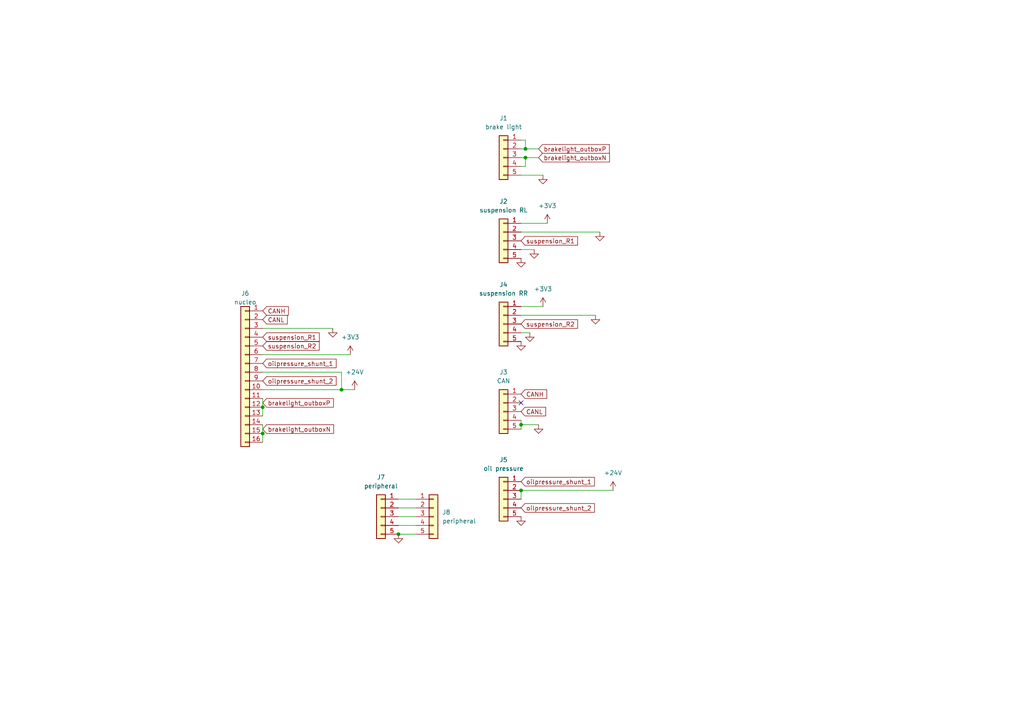
<source format=kicad_sch>
(kicad_sch (version 20230121) (generator eeschema)
  (paper "A4")
  (title_block (title "EP5 rearbox rea connector") (date "2024-06-27") (rev "2.0") (company "NTURacing") (comment 1 "郭哲明") (comment 2 "Electrical group"))
  (lib_symbols
    (symbol "Connector_Generic:Conn_01x05" (pin_names (offset 1.016) hide)
      (property "Reference" "J" (at 0 7.62 0))
      (property "Value" "Conn_01x05" (at 0 -7.62 0))
      (symbol "Conn_01x05_1_1"
        (rectangle (start -1.27 -4.953) (end 0 -5.207) (stroke (width 0.1524)))
        (rectangle (start -1.27 -2.413) (end 0 -2.667) (stroke (width 0.1524)))
        (rectangle (start -1.27 0.127) (end 0 -0.127) (stroke (width 0.1524)))
        (rectangle (start -1.27 2.667) (end 0 2.413) (stroke (width 0.1524)))
        (rectangle (start -1.27 5.207) (end 0 4.953) (stroke (width 0.1524)))
        (rectangle (start -1.27 6.35) (end 1.27 -6.35) (stroke (width 0.254)) (fill (type background)))
        (pin passive line (at -5.08 5.08 0) (length 3.81) (name "Pin_1") (number "1"))
        (pin passive line (at -5.08 2.54 0) (length 3.81) (name "Pin_2") (number "2"))
        (pin passive line (at -5.08 0 0) (length 3.81) (name "Pin_3") (number "3"))
        (pin passive line (at -5.08 -2.54 0) (length 3.81) (name "Pin_4") (number "4"))
        (pin passive line (at -5.08 -5.08 0) (length 3.81) (name "Pin_5") (number "5"))
      )
    )
    (symbol "Connector_Generic:Conn_01x16" (pin_names (offset 1.016) hide)
      (property "Reference" "J" (at 0 20.32 0))
      (property "Value" "Conn_01x16" (at 0 -22.86 0))
      (symbol "Conn_01x16_1_1"
        (rectangle (start -1.27 -20.193) (end 0 -20.447) (stroke (width 0.1524)))
        (rectangle (start -1.27 -17.653) (end 0 -17.907) (stroke (width 0.1524)))
        (rectangle (start -1.27 -15.113) (end 0 -15.367) (stroke (width 0.1524)))
        (rectangle (start -1.27 -12.573) (end 0 -12.827) (stroke (width 0.1524)))
        (rectangle (start -1.27 -10.033) (end 0 -10.287) (stroke (width 0.1524)))
        (rectangle (start -1.27 -7.493) (end 0 -7.747) (stroke (width 0.1524)))
        (rectangle (start -1.27 -4.953) (end 0 -5.207) (stroke (width 0.1524)))
        (rectangle (start -1.27 -2.413) (end 0 -2.667) (stroke (width 0.1524)))
        (rectangle (start -1.27 0.127) (end 0 -0.127) (stroke (width 0.1524)))
        (rectangle (start -1.27 2.667) (end 0 2.413) (stroke (width 0.1524)))
        (rectangle (start -1.27 5.207) (end 0 4.953) (stroke (width 0.1524)))
        (rectangle (start -1.27 7.747) (end 0 7.493) (stroke (width 0.1524)))
        (rectangle (start -1.27 10.287) (end 0 10.033) (stroke (width 0.1524)))
        (rectangle (start -1.27 12.827) (end 0 12.573) (stroke (width 0.1524)))
        (rectangle (start -1.27 15.367) (end 0 15.113) (stroke (width 0.1524)))
        (rectangle (start -1.27 17.907) (end 0 17.653) (stroke (width 0.1524)))
        (rectangle (start -1.27 19.05) (end 1.27 -21.59) (stroke (width 0.254)) (fill (type background)))
        (pin passive line (at -5.08 17.78 0) (length 3.81) (name "Pin_1") (number "1"))
        (pin passive line (at -5.08 -5.08 0) (length 3.81) (name "Pin_10") (number "10"))
        (pin passive line (at -5.08 -7.62 0) (length 3.81) (name "Pin_11") (number "11"))
        (pin passive line (at -5.08 -10.16 0) (length 3.81) (name "Pin_12") (number "12"))
        (pin passive line (at -5.08 -12.7 0) (length 3.81) (name "Pin_13") (number "13"))
        (pin passive line (at -5.08 -15.24 0) (length 3.81) (name "Pin_14") (number "14"))
        (pin passive line (at -5.08 -17.78 0) (length 3.81) (name "Pin_15") (number "15"))
        (pin passive line (at -5.08 -20.32 0) (length 3.81) (name "Pin_16") (number "16"))
        (pin passive line (at -5.08 15.24 0) (length 3.81) (name "Pin_2") (number "2"))
        (pin passive line (at -5.08 12.7 0) (length 3.81) (name "Pin_3") (number "3"))
        (pin passive line (at -5.08 10.16 0) (length 3.81) (name "Pin_4") (number "4"))
        (pin passive line (at -5.08 7.62 0) (length 3.81) (name "Pin_5") (number "5"))
        (pin passive line (at -5.08 5.08 0) (length 3.81) (name "Pin_6") (number "6"))
        (pin passive line (at -5.08 2.54 0) (length 3.81) (name "Pin_7") (number "7"))
        (pin passive line (at -5.08 0 0) (length 3.81) (name "Pin_8") (number "8"))
        (pin passive line (at -5.08 -2.54 0) (length 3.81) (name "Pin_9") (number "9"))
      )
    )
    (symbol "power:+24V" (power) (pin_names (offset 0))
      (property "Value" "+24V" (at 0 3.556 0))
      (symbol "+24V_0_1"
        (polyline (pts (xy -0.762 1.27) (xy 0 2.54)))
        (polyline (pts (xy 0 0) (xy 0 2.54)))
        (polyline (pts (xy 0 2.54) (xy 0.762 1.27)))
      )
      (symbol "+24V_1_1"
        (pin power_in line (at 0 0 90) (length 0) hide (name "+24V") (number "1"))
      )
    )
    (symbol "power:+3V3" (power) (pin_names (offset 0))
      (property "Value" "+3V3" (at 0 3.556 0))
      (symbol "+3V3_0_1"
        (polyline (pts (xy -0.762 1.27) (xy 0 2.54)))
        (polyline (pts (xy 0 0) (xy 0 2.54)))
        (polyline (pts (xy 0 2.54) (xy 0.762 1.27)))
      )
      (symbol "+3V3_1_1"
        (pin power_in line (at 0 0 90) (length 0) hide (name "+3V3") (number "1"))
      )
    )
    (symbol "power:GND" (power) (pin_names (offset 0))
      (property "Value" "GND" (at 0 -3.81 0))
      (symbol "GND_0_1"
        (polyline (pts (xy 0 0) (xy 0 -1.27) (xy 1.27 -1.27) (xy 0 -2.54) (xy -1.27 -1.27) (xy 0 -1.27)))
      )
      (symbol "GND_1_1"
        (pin power_in line (at 0 0 270) (length 0) hide (name "GND") (number "1"))
      )
    )
  )
  (junction (at 151.13 142.24))
  (junction (at 99.06 113.03))
  (junction (at 152.4 43.18))
  (junction (at 151.13 123.19))
  (junction (at 152.4 45.72))
  (junction (at 76.2 118.11))
  (junction (at 115.57 154.94))
  (junction (at 76.2 125.73))
  (no_connect (at 151.13 116.84))
  (wire (pts (xy 120.65 152.4) (xy 115.57 152.4)))
  (wire (pts (xy 172.72 91.44) (xy 151.13 91.44)))
  (wire (pts (xy 76.2 102.87) (xy 101.6 102.87)))
  (wire (pts (xy 152.4 43.18) (xy 156.21 43.18)))
  (wire (pts (xy 152.4 45.72) (xy 151.13 45.72)))
  (wire (pts (xy 152.4 48.26) (xy 151.13 48.26)))
  (wire (pts (xy 120.65 144.78) (xy 115.57 144.78)))
  (wire (pts (xy 96.52 95.25) (xy 76.2 95.25)))
  (wire (pts (xy 76.2 125.73) (xy 76.2 128.27)))
  (wire (pts (xy 76.2 118.11) (xy 76.2 120.65)))
  (wire (pts (xy 152.4 45.72) (xy 152.4 48.26)))
  (wire (pts (xy 152.4 40.64) (xy 152.4 43.18)))
  (wire (pts (xy 76.2 115.57) (xy 76.2 118.11)))
  (wire (pts (xy 158.75 64.77) (xy 151.13 64.77)))
  (wire (pts (xy 157.48 50.8) (xy 151.13 50.8)))
  (wire (pts (xy 153.67 96.52) (xy 151.13 96.52)))
  (wire (pts (xy 156.21 45.72) (xy 152.4 45.72)))
  (wire (pts (xy 151.13 123.19) (xy 151.13 124.46)))
  (wire (pts (xy 151.13 144.78) (xy 151.13 142.24)))
  (wire (pts (xy 173.99 67.31) (xy 151.13 67.31)))
  (wire (pts (xy 151.13 121.92) (xy 151.13 123.19)))
  (wire (pts (xy 120.65 147.32) (xy 115.57 147.32)))
  (wire (pts (xy 99.06 113.03) (xy 99.06 107.95)))
  (wire (pts (xy 154.94 72.39) (xy 151.13 72.39)))
  (wire (pts (xy 120.65 154.94) (xy 115.57 154.94)))
  (wire (pts (xy 177.8 142.24) (xy 151.13 142.24)))
  (wire (pts (xy 102.87 113.03) (xy 99.06 113.03)))
  (wire (pts (xy 76.2 107.95) (xy 99.06 107.95)))
  (wire (pts (xy 76.2 113.03) (xy 99.06 113.03)))
  (wire (pts (xy 152.4 43.18) (xy 151.13 43.18)))
  (wire (pts (xy 152.4 40.64) (xy 151.13 40.64)))
  (wire (pts (xy 157.48 88.9) (xy 151.13 88.9)))
  (wire (pts (xy 120.65 149.86) (xy 115.57 149.86)))
  (wire (pts (xy 76.2 123.19) (xy 76.2 125.73)))
  (wire (pts (xy 156.21 123.19) (xy 151.13 123.19)))
  (global_label "suspension_R1" (shape input) (at 76.2 97.79 0) (property "Intersheetrefs" "${INTERSHEET_REFS}" (effects hide)))
  (global_label "suspension_R1" (shape input) (at 151.13 69.85 0) (property "Intersheetrefs" "${INTERSHEET_REFS}" (effects hide)))
  (global_label "brakelight_outboxN" (shape input) (at 156.21 45.72 0) (property "Intersheetrefs" "${INTERSHEET_REFS}" (effects hide)))
  (global_label "oilpressure_shunt_1" (shape input) (at 151.13 139.7 0) (property "Intersheetrefs" "${INTERSHEET_REFS}" (effects hide)))
  (global_label "CANH" (shape input) (at 76.2 90.17 0) (property "Intersheetrefs" "${INTERSHEET_REFS}" (effects hide)))
  (global_label "oilpressure_shunt_1" (shape input) (at 76.2 105.41 0) (property "Intersheetrefs" "${INTERSHEET_REFS}" (effects hide)))
  (global_label "brakelight_outboxN" (shape input) (at 76.2 124.46 0) (property "Intersheetrefs" "${INTERSHEET_REFS}" (effects hide)))
  (global_label "oilpressure_shunt_2" (shape input) (at 76.2 110.49 0) (property "Intersheetrefs" "${INTERSHEET_REFS}" (effects hide)))
  (global_label "brakelight_outboxP" (shape input) (at 156.21 43.18 0) (property "Intersheetrefs" "${INTERSHEET_REFS}" (effects hide)))
  (global_label "suspension_R2" (shape input) (at 151.13 93.98 0) (property "Intersheetrefs" "${INTERSHEET_REFS}" (effects hide)))
  (global_label "brakelight_outboxP" (shape input) (at 76.2 116.84 0) (property "Intersheetrefs" "${INTERSHEET_REFS}" (effects hide)))
  (global_label "CANH" (shape input) (at 151.13 114.3 0) (property "Intersheetrefs" "${INTERSHEET_REFS}" (effects hide)))
  (global_label "oilpressure_shunt_2" (shape input) (at 151.13 147.32 0) (property "Intersheetrefs" "${INTERSHEET_REFS}" (effects hide)))
  (global_label "CANL" (shape input) (at 76.2 92.71 0) (property "Intersheetrefs" "${INTERSHEET_REFS}" (effects hide)))
  (global_label "CANL" (shape input) (at 151.13 119.38 0) (property "Intersheetrefs" "${INTERSHEET_REFS}" (effects hide)))
  (global_label "suspension_R2" (shape input) (at 76.2 100.33 0) (property "Intersheetrefs" "${INTERSHEET_REFS}" (effects hide)))
  (symbol (lib_id "power:+3V3") (at 157.48 88.9 0) (mirror y) (unit 1)
    (property "Reference" "#PWR017" (effects hide))
    (property "Value" "+3V3" (at 157.48 83.82 0))
  )
  (symbol (lib_id "power:GND") (at 96.52 95.25 0) (unit 1)
    (property "Reference" "#PWR01" (effects hide))
    (property "Value" "GND" (effects hide))
  )
  (symbol (lib_id "power:GND") (at 151.13 99.06 0) (mirror y) (unit 1)
    (property "Reference" "#PWR03" (effects hide))
    (property "Value" "GND" (effects hide))
  )
  (symbol (lib_id "Connector_Generic:Conn_01x05") (at 146.05 119.38 0) (mirror y) (unit 1)
    (property "Reference" "J3" (at 146.05 107.95 0))
    (property "Value" "CAN" (at 146.05 110.49 0))
    (property "Footprint" "nturt_kicad_lib:WP-03F3-09-11" (effects hide))
  )
  (symbol (lib_id "power:+24V") (at 177.8 142.24 0) (mirror y) (unit 1)
    (property "Reference" "#PWR018" (effects hide))
    (property "Value" "+24V" (at 177.8 137.16 0))
  )
  (symbol (lib_id "power:GND") (at 153.67 96.52 0) (mirror y) (unit 1)
    (property "Reference" "#PWR016" (effects hide))
    (property "Value" "GND" (effects hide))
  )
  (symbol (lib_id "Connector_Generic:Conn_01x05") (at 110.49 149.86 0) (mirror y) (unit 1)
    (property "Reference" "J7" (at 110.49 138.43 0))
    (property "Value" "peripheral" (at 110.49 140.97 0))
    (property "Footprint" "nturt_kicad_lib:WP-04F3-26-11" (effects hide))
  )
  (symbol (lib_id "Connector_Generic:Conn_01x05") (at 146.05 45.72 0) (mirror y) (unit 1)
    (property "Reference" "J1" (at 146.05 34.29 0))
    (property "Value" "brake light" (at 146.05 36.83 0))
    (property "Footprint" "nturt_kicad_lib:WP-04F3-26-11" (effects hide))
  )
  (symbol (lib_id "power:GND") (at 151.13 149.86 0) (unit 1)
    (property "Reference" "#PWR02" (effects hide))
    (property "Value" "GND" (effects hide))
  )
  (symbol (lib_id "Connector_Generic:Conn_01x05") (at 146.05 93.98 0) (mirror y) (unit 1)
    (property "Reference" "J4" (at 146.05 82.55 0))
    (property "Value" "suspension RR" (at 146.05 85.09 0))
    (property "Footprint" "nturt_kicad_lib:WP-03F3-09-11" (effects hide))
  )
  (symbol (lib_id "Connector_Generic:Conn_01x05") (at 125.73 149.86 0) (unit 1)
    (property "Reference" "J8" (at 128.27 148.59 0) (effects (justify left)))
    (property "Value" "peripheral" (at 128.27 151.13 0) (effects (justify left)))
    (property "Footprint" "Connector_JST:JST_XH_S5B-XH-A_1x05_P2.50mm_Horizontal" (effects hide))
  )
  (symbol (lib_id "power:GND") (at 156.21 123.19 0) (mirror y) (unit 1)
    (property "Reference" "#PWR07" (effects hide))
    (property "Value" "GND" (effects hide))
  )
  (symbol (lib_id "power:GND") (at 154.94 72.39 0) (mirror y) (unit 1)
    (property "Reference" "#PWR015" (effects hide))
    (property "Value" "GND" (effects hide))
  )
  (symbol (lib_id "power:GND") (at 115.57 154.94 0) (unit 1)
    (property "Reference" "#PWR09" (effects hide))
    (property "Value" "GND" (effects hide))
  )
  (symbol (lib_id "power:GND") (at 172.72 91.44 0) (mirror y) (unit 1)
    (property "Reference" "#PWR04" (effects hide))
    (property "Value" "GND" (effects hide))
  )
  (symbol (lib_id "power:GND") (at 151.13 74.93 0) (mirror y) (unit 1)
    (property "Reference" "#PWR06" (effects hide))
    (property "Value" "GND" (effects hide))
  )
  (symbol (lib_id "power:+3V3") (at 101.6 102.87 0) (unit 1)
    (property "Reference" "#PWR011" (effects hide))
    (property "Value" "+3V3" (at 101.6 97.79 0))
  )
  (symbol (lib_id "Connector_Generic:Conn_01x05") (at 146.05 69.85 0) (mirror y) (unit 1)
    (property "Reference" "J2" (at 146.05 58.42 0))
    (property "Value" "suspension RL" (at 146.05 60.96 0))
    (property "Footprint" "nturt_kicad_lib:WP-03F3-09-11" (effects hide))
  )
  (symbol (lib_id "power:+24V") (at 102.87 113.03 0) (unit 1)
    (property "Reference" "#PWR019" (effects hide))
    (property "Value" "+24V" (at 102.87 107.95 0))
  )
  (symbol (lib_id "power:GND") (at 173.99 67.31 0) (mirror y) (unit 1)
    (property "Reference" "#PWR05" (effects hide))
    (property "Value" "GND" (effects hide))
  )
  (symbol (lib_id "power:+3V3") (at 158.75 64.77 0) (mirror y) (unit 1)
    (property "Reference" "#PWR014" (effects hide))
    (property "Value" "+3V3" (at 158.75 59.69 0))
  )
  (symbol (lib_id "power:GND") (at 157.48 50.8 0) (mirror y) (unit 1)
    (property "Reference" "#PWR08" (effects hide))
    (property "Value" "GND" (effects hide))
  )
  (symbol (lib_id "Connector_Generic:Conn_01x05") (at 146.05 144.78 0) (mirror y) (unit 1)
    (property "Reference" "J5" (at 146.05 133.35 0))
    (property "Value" "oil pressure" (at 146.05 135.89 0))
    (property "Footprint" "nturt_kicad_lib:WP-04F3-26-11" (effects hide))
  )
  (symbol (lib_id "Connector_Generic:Conn_01x16") (at 71.12 107.95 0) (mirror y) (unit 1)
    (property "Reference" "J6" (at 71.12 85.09 0))
    (property "Value" "nucleo" (at 71.12 87.63 0))
    (property "Footprint" "Connector_IDC:IDC-Header_2x08_P2.54mm_Vertical" (effects hide))
  )
)
</source>
